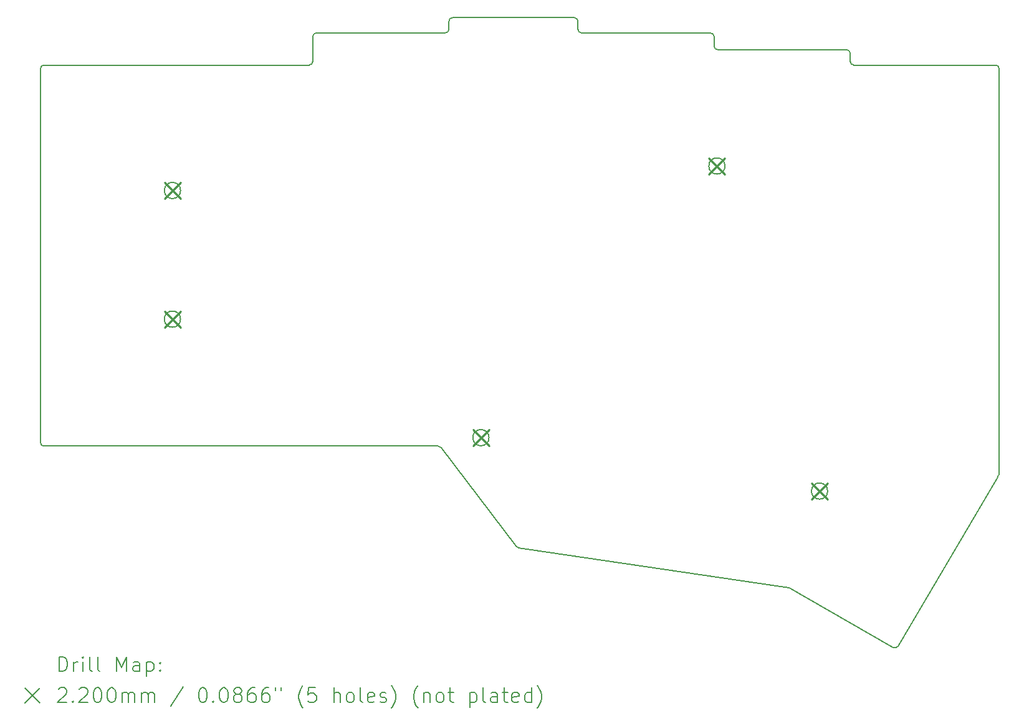
<source format=gbr>
%TF.GenerationSoftware,KiCad,Pcbnew,8.0.8+1*%
%TF.CreationDate,2025-07-09T06:01:41+00:00*%
%TF.ProjectId,backplate,6261636b-706c-4617-9465-2e6b69636164,0.2*%
%TF.SameCoordinates,Original*%
%TF.FileFunction,Drillmap*%
%TF.FilePolarity,Positive*%
%FSLAX45Y45*%
G04 Gerber Fmt 4.5, Leading zero omitted, Abs format (unit mm)*
G04 Created by KiCad (PCBNEW 8.0.8+1) date 2025-07-09 06:01:41*
%MOMM*%
%LPD*%
G01*
G04 APERTURE LIST*
%ADD10C,0.150000*%
%ADD11C,0.200000*%
%ADD12C,0.220000*%
G04 APERTURE END LIST*
D10*
X9131698Y-10801245D02*
X9131502Y-5720251D01*
X9181501Y-5670249D02*
X12781501Y-5670151D01*
X12831500Y-5620151D02*
X12831500Y-5282750D01*
X12881500Y-5232750D02*
X14631500Y-5232750D01*
X14681500Y-5182750D02*
X14681500Y-5075250D01*
X14731500Y-5025250D02*
X16384300Y-5025250D01*
X16434300Y-5075250D02*
X16434300Y-5182750D01*
X16484300Y-5232750D02*
X18234300Y-5232750D01*
X18284300Y-5282750D02*
X18284300Y-5412312D01*
X18334288Y-5462312D02*
X20083706Y-5462738D01*
X20133691Y-5513340D02*
X20132410Y-5619648D01*
X22125300Y-11290910D02*
X20779993Y-13572380D01*
X20711924Y-13590285D02*
X19318493Y-12785787D01*
X19300847Y-12779632D02*
X15624698Y-12233003D01*
X15592179Y-12213716D02*
X14575757Y-10870335D01*
X14535877Y-10850503D02*
X9181705Y-10851243D01*
X20182406Y-5670250D02*
X22106800Y-5670250D01*
X22156800Y-5720250D02*
X22156800Y-11222952D01*
X22150101Y-11247952D02*
X22125300Y-11290910D01*
X9131502Y-5720251D02*
G75*
G02*
X9181501Y-5670252I49998J1D01*
G01*
X12831500Y-5620151D02*
G75*
G02*
X12781501Y-5670150I-50000J1D01*
G01*
X12831500Y-5282750D02*
G75*
G02*
X12881500Y-5232750I50000J0D01*
G01*
X14681500Y-5182750D02*
G75*
G02*
X14631500Y-5232750I-50000J0D01*
G01*
X14681500Y-5075250D02*
G75*
G02*
X14731500Y-5025250I50000J0D01*
G01*
X16384300Y-5025250D02*
G75*
G02*
X16434300Y-5075250I0J-50000D01*
G01*
X16484300Y-5232750D02*
G75*
G02*
X16434300Y-5182750I0J50000D01*
G01*
X18234300Y-5232750D02*
G75*
G02*
X18284300Y-5282750I0J-50000D01*
G01*
X18334288Y-5462312D02*
G75*
G02*
X18284298Y-5412312I12J50002D01*
G01*
X20083706Y-5462738D02*
G75*
G02*
X20133689Y-5513340I-16J-50002D01*
G01*
X20182406Y-5670250D02*
G75*
G02*
X20132414Y-5619648I4J50000D01*
G01*
X22106800Y-5670250D02*
G75*
G02*
X22156800Y-5720250I0J-50000D01*
G01*
X22156800Y-11222952D02*
G75*
G02*
X22150100Y-11247952I-50000J3D01*
G01*
X20779993Y-13572380D02*
G75*
G02*
X20711922Y-13590288I-43073J25400D01*
G01*
X19300847Y-12779632D02*
G75*
G02*
X19318492Y-12785788I-7357J-49458D01*
G01*
X15624698Y-12233003D02*
G75*
G02*
X15592179Y-12213716I7352J49453D01*
G01*
X14535877Y-10850503D02*
G75*
G02*
X14575754Y-10870338I3J-49997D01*
G01*
X9181705Y-10851243D02*
G75*
G02*
X9131697Y-10801245I-5J50003D01*
G01*
X11035000Y-7375000D02*
G75*
G02*
X10815000Y-7375000I-110000J0D01*
G01*
X10815000Y-7375000D02*
G75*
G02*
X11035000Y-7375000I110000J0D01*
G01*
X11035000Y-9125000D02*
G75*
G02*
X10815000Y-9125000I-110000J0D01*
G01*
X10815000Y-9125000D02*
G75*
G02*
X11035000Y-9125000I110000J0D01*
G01*
X18431800Y-7042350D02*
G75*
G02*
X18211800Y-7042350I-110000J0D01*
G01*
X18211800Y-7042350D02*
G75*
G02*
X18431800Y-7042350I110000J0D01*
G01*
X15225700Y-10736500D02*
G75*
G02*
X15005700Y-10736500I-110000J0D01*
G01*
X15005700Y-10736500D02*
G75*
G02*
X15225700Y-10736500I110000J0D01*
G01*
X19825761Y-11463175D02*
G75*
G02*
X19605761Y-11463175I-110000J0D01*
G01*
X19605761Y-11463175D02*
G75*
G02*
X19825761Y-11463175I110000J0D01*
G01*
D11*
D12*
X10815000Y-7265000D02*
X11035000Y-7485000D01*
X11035000Y-7265000D02*
X10815000Y-7485000D01*
X10815000Y-9015000D02*
X11035000Y-9235000D01*
X11035000Y-9015000D02*
X10815000Y-9235000D01*
X15005700Y-10626500D02*
X15225700Y-10846500D01*
X15225700Y-10626500D02*
X15005700Y-10846500D01*
X18211800Y-6932350D02*
X18431800Y-7152350D01*
X18431800Y-6932350D02*
X18211800Y-7152350D01*
X19605761Y-11353175D02*
X19825761Y-11573175D01*
X19825761Y-11353175D02*
X19605761Y-11573175D01*
D11*
X9384779Y-13915969D02*
X9384779Y-13715969D01*
X9384779Y-13715969D02*
X9432398Y-13715969D01*
X9432398Y-13715969D02*
X9460969Y-13725492D01*
X9460969Y-13725492D02*
X9480017Y-13744540D01*
X9480017Y-13744540D02*
X9489541Y-13763588D01*
X9489541Y-13763588D02*
X9499064Y-13801683D01*
X9499064Y-13801683D02*
X9499064Y-13830254D01*
X9499064Y-13830254D02*
X9489541Y-13868350D01*
X9489541Y-13868350D02*
X9480017Y-13887397D01*
X9480017Y-13887397D02*
X9460969Y-13906445D01*
X9460969Y-13906445D02*
X9432398Y-13915969D01*
X9432398Y-13915969D02*
X9384779Y-13915969D01*
X9584779Y-13915969D02*
X9584779Y-13782635D01*
X9584779Y-13820731D02*
X9594303Y-13801683D01*
X9594303Y-13801683D02*
X9603826Y-13792159D01*
X9603826Y-13792159D02*
X9622874Y-13782635D01*
X9622874Y-13782635D02*
X9641922Y-13782635D01*
X9708588Y-13915969D02*
X9708588Y-13782635D01*
X9708588Y-13715969D02*
X9699064Y-13725492D01*
X9699064Y-13725492D02*
X9708588Y-13735016D01*
X9708588Y-13735016D02*
X9718112Y-13725492D01*
X9718112Y-13725492D02*
X9708588Y-13715969D01*
X9708588Y-13715969D02*
X9708588Y-13735016D01*
X9832398Y-13915969D02*
X9813350Y-13906445D01*
X9813350Y-13906445D02*
X9803826Y-13887397D01*
X9803826Y-13887397D02*
X9803826Y-13715969D01*
X9937160Y-13915969D02*
X9918112Y-13906445D01*
X9918112Y-13906445D02*
X9908588Y-13887397D01*
X9908588Y-13887397D02*
X9908588Y-13715969D01*
X10165731Y-13915969D02*
X10165731Y-13715969D01*
X10165731Y-13715969D02*
X10232398Y-13858826D01*
X10232398Y-13858826D02*
X10299064Y-13715969D01*
X10299064Y-13715969D02*
X10299064Y-13915969D01*
X10480017Y-13915969D02*
X10480017Y-13811207D01*
X10480017Y-13811207D02*
X10470493Y-13792159D01*
X10470493Y-13792159D02*
X10451445Y-13782635D01*
X10451445Y-13782635D02*
X10413350Y-13782635D01*
X10413350Y-13782635D02*
X10394303Y-13792159D01*
X10480017Y-13906445D02*
X10460969Y-13915969D01*
X10460969Y-13915969D02*
X10413350Y-13915969D01*
X10413350Y-13915969D02*
X10394303Y-13906445D01*
X10394303Y-13906445D02*
X10384779Y-13887397D01*
X10384779Y-13887397D02*
X10384779Y-13868350D01*
X10384779Y-13868350D02*
X10394303Y-13849302D01*
X10394303Y-13849302D02*
X10413350Y-13839778D01*
X10413350Y-13839778D02*
X10460969Y-13839778D01*
X10460969Y-13839778D02*
X10480017Y-13830254D01*
X10575255Y-13782635D02*
X10575255Y-13982635D01*
X10575255Y-13792159D02*
X10594303Y-13782635D01*
X10594303Y-13782635D02*
X10632398Y-13782635D01*
X10632398Y-13782635D02*
X10651445Y-13792159D01*
X10651445Y-13792159D02*
X10660969Y-13801683D01*
X10660969Y-13801683D02*
X10670493Y-13820731D01*
X10670493Y-13820731D02*
X10670493Y-13877873D01*
X10670493Y-13877873D02*
X10660969Y-13896921D01*
X10660969Y-13896921D02*
X10651445Y-13906445D01*
X10651445Y-13906445D02*
X10632398Y-13915969D01*
X10632398Y-13915969D02*
X10594303Y-13915969D01*
X10594303Y-13915969D02*
X10575255Y-13906445D01*
X10756207Y-13896921D02*
X10765731Y-13906445D01*
X10765731Y-13906445D02*
X10756207Y-13915969D01*
X10756207Y-13915969D02*
X10746684Y-13906445D01*
X10746684Y-13906445D02*
X10756207Y-13896921D01*
X10756207Y-13896921D02*
X10756207Y-13915969D01*
X10756207Y-13792159D02*
X10765731Y-13801683D01*
X10765731Y-13801683D02*
X10756207Y-13811207D01*
X10756207Y-13811207D02*
X10746684Y-13801683D01*
X10746684Y-13801683D02*
X10756207Y-13792159D01*
X10756207Y-13792159D02*
X10756207Y-13811207D01*
X8924002Y-14144485D02*
X9124002Y-14344485D01*
X9124002Y-14144485D02*
X8924002Y-14344485D01*
X9375255Y-14155016D02*
X9384779Y-14145492D01*
X9384779Y-14145492D02*
X9403826Y-14135969D01*
X9403826Y-14135969D02*
X9451445Y-14135969D01*
X9451445Y-14135969D02*
X9470493Y-14145492D01*
X9470493Y-14145492D02*
X9480017Y-14155016D01*
X9480017Y-14155016D02*
X9489541Y-14174064D01*
X9489541Y-14174064D02*
X9489541Y-14193111D01*
X9489541Y-14193111D02*
X9480017Y-14221683D01*
X9480017Y-14221683D02*
X9365731Y-14335969D01*
X9365731Y-14335969D02*
X9489541Y-14335969D01*
X9575255Y-14316921D02*
X9584779Y-14326445D01*
X9584779Y-14326445D02*
X9575255Y-14335969D01*
X9575255Y-14335969D02*
X9565731Y-14326445D01*
X9565731Y-14326445D02*
X9575255Y-14316921D01*
X9575255Y-14316921D02*
X9575255Y-14335969D01*
X9660969Y-14155016D02*
X9670493Y-14145492D01*
X9670493Y-14145492D02*
X9689541Y-14135969D01*
X9689541Y-14135969D02*
X9737160Y-14135969D01*
X9737160Y-14135969D02*
X9756207Y-14145492D01*
X9756207Y-14145492D02*
X9765731Y-14155016D01*
X9765731Y-14155016D02*
X9775255Y-14174064D01*
X9775255Y-14174064D02*
X9775255Y-14193111D01*
X9775255Y-14193111D02*
X9765731Y-14221683D01*
X9765731Y-14221683D02*
X9651445Y-14335969D01*
X9651445Y-14335969D02*
X9775255Y-14335969D01*
X9899064Y-14135969D02*
X9918112Y-14135969D01*
X9918112Y-14135969D02*
X9937160Y-14145492D01*
X9937160Y-14145492D02*
X9946684Y-14155016D01*
X9946684Y-14155016D02*
X9956207Y-14174064D01*
X9956207Y-14174064D02*
X9965731Y-14212159D01*
X9965731Y-14212159D02*
X9965731Y-14259778D01*
X9965731Y-14259778D02*
X9956207Y-14297873D01*
X9956207Y-14297873D02*
X9946684Y-14316921D01*
X9946684Y-14316921D02*
X9937160Y-14326445D01*
X9937160Y-14326445D02*
X9918112Y-14335969D01*
X9918112Y-14335969D02*
X9899064Y-14335969D01*
X9899064Y-14335969D02*
X9880017Y-14326445D01*
X9880017Y-14326445D02*
X9870493Y-14316921D01*
X9870493Y-14316921D02*
X9860969Y-14297873D01*
X9860969Y-14297873D02*
X9851445Y-14259778D01*
X9851445Y-14259778D02*
X9851445Y-14212159D01*
X9851445Y-14212159D02*
X9860969Y-14174064D01*
X9860969Y-14174064D02*
X9870493Y-14155016D01*
X9870493Y-14155016D02*
X9880017Y-14145492D01*
X9880017Y-14145492D02*
X9899064Y-14135969D01*
X10089541Y-14135969D02*
X10108588Y-14135969D01*
X10108588Y-14135969D02*
X10127636Y-14145492D01*
X10127636Y-14145492D02*
X10137160Y-14155016D01*
X10137160Y-14155016D02*
X10146684Y-14174064D01*
X10146684Y-14174064D02*
X10156207Y-14212159D01*
X10156207Y-14212159D02*
X10156207Y-14259778D01*
X10156207Y-14259778D02*
X10146684Y-14297873D01*
X10146684Y-14297873D02*
X10137160Y-14316921D01*
X10137160Y-14316921D02*
X10127636Y-14326445D01*
X10127636Y-14326445D02*
X10108588Y-14335969D01*
X10108588Y-14335969D02*
X10089541Y-14335969D01*
X10089541Y-14335969D02*
X10070493Y-14326445D01*
X10070493Y-14326445D02*
X10060969Y-14316921D01*
X10060969Y-14316921D02*
X10051445Y-14297873D01*
X10051445Y-14297873D02*
X10041922Y-14259778D01*
X10041922Y-14259778D02*
X10041922Y-14212159D01*
X10041922Y-14212159D02*
X10051445Y-14174064D01*
X10051445Y-14174064D02*
X10060969Y-14155016D01*
X10060969Y-14155016D02*
X10070493Y-14145492D01*
X10070493Y-14145492D02*
X10089541Y-14135969D01*
X10241922Y-14335969D02*
X10241922Y-14202635D01*
X10241922Y-14221683D02*
X10251445Y-14212159D01*
X10251445Y-14212159D02*
X10270493Y-14202635D01*
X10270493Y-14202635D02*
X10299065Y-14202635D01*
X10299065Y-14202635D02*
X10318112Y-14212159D01*
X10318112Y-14212159D02*
X10327636Y-14231207D01*
X10327636Y-14231207D02*
X10327636Y-14335969D01*
X10327636Y-14231207D02*
X10337160Y-14212159D01*
X10337160Y-14212159D02*
X10356207Y-14202635D01*
X10356207Y-14202635D02*
X10384779Y-14202635D01*
X10384779Y-14202635D02*
X10403826Y-14212159D01*
X10403826Y-14212159D02*
X10413350Y-14231207D01*
X10413350Y-14231207D02*
X10413350Y-14335969D01*
X10508588Y-14335969D02*
X10508588Y-14202635D01*
X10508588Y-14221683D02*
X10518112Y-14212159D01*
X10518112Y-14212159D02*
X10537160Y-14202635D01*
X10537160Y-14202635D02*
X10565731Y-14202635D01*
X10565731Y-14202635D02*
X10584779Y-14212159D01*
X10584779Y-14212159D02*
X10594303Y-14231207D01*
X10594303Y-14231207D02*
X10594303Y-14335969D01*
X10594303Y-14231207D02*
X10603826Y-14212159D01*
X10603826Y-14212159D02*
X10622874Y-14202635D01*
X10622874Y-14202635D02*
X10651445Y-14202635D01*
X10651445Y-14202635D02*
X10670493Y-14212159D01*
X10670493Y-14212159D02*
X10680017Y-14231207D01*
X10680017Y-14231207D02*
X10680017Y-14335969D01*
X11070493Y-14126445D02*
X10899065Y-14383588D01*
X11327636Y-14135969D02*
X11346684Y-14135969D01*
X11346684Y-14135969D02*
X11365731Y-14145492D01*
X11365731Y-14145492D02*
X11375255Y-14155016D01*
X11375255Y-14155016D02*
X11384779Y-14174064D01*
X11384779Y-14174064D02*
X11394303Y-14212159D01*
X11394303Y-14212159D02*
X11394303Y-14259778D01*
X11394303Y-14259778D02*
X11384779Y-14297873D01*
X11384779Y-14297873D02*
X11375255Y-14316921D01*
X11375255Y-14316921D02*
X11365731Y-14326445D01*
X11365731Y-14326445D02*
X11346684Y-14335969D01*
X11346684Y-14335969D02*
X11327636Y-14335969D01*
X11327636Y-14335969D02*
X11308588Y-14326445D01*
X11308588Y-14326445D02*
X11299065Y-14316921D01*
X11299065Y-14316921D02*
X11289541Y-14297873D01*
X11289541Y-14297873D02*
X11280017Y-14259778D01*
X11280017Y-14259778D02*
X11280017Y-14212159D01*
X11280017Y-14212159D02*
X11289541Y-14174064D01*
X11289541Y-14174064D02*
X11299065Y-14155016D01*
X11299065Y-14155016D02*
X11308588Y-14145492D01*
X11308588Y-14145492D02*
X11327636Y-14135969D01*
X11480017Y-14316921D02*
X11489541Y-14326445D01*
X11489541Y-14326445D02*
X11480017Y-14335969D01*
X11480017Y-14335969D02*
X11470493Y-14326445D01*
X11470493Y-14326445D02*
X11480017Y-14316921D01*
X11480017Y-14316921D02*
X11480017Y-14335969D01*
X11613350Y-14135969D02*
X11632398Y-14135969D01*
X11632398Y-14135969D02*
X11651446Y-14145492D01*
X11651446Y-14145492D02*
X11660969Y-14155016D01*
X11660969Y-14155016D02*
X11670493Y-14174064D01*
X11670493Y-14174064D02*
X11680017Y-14212159D01*
X11680017Y-14212159D02*
X11680017Y-14259778D01*
X11680017Y-14259778D02*
X11670493Y-14297873D01*
X11670493Y-14297873D02*
X11660969Y-14316921D01*
X11660969Y-14316921D02*
X11651446Y-14326445D01*
X11651446Y-14326445D02*
X11632398Y-14335969D01*
X11632398Y-14335969D02*
X11613350Y-14335969D01*
X11613350Y-14335969D02*
X11594303Y-14326445D01*
X11594303Y-14326445D02*
X11584779Y-14316921D01*
X11584779Y-14316921D02*
X11575255Y-14297873D01*
X11575255Y-14297873D02*
X11565731Y-14259778D01*
X11565731Y-14259778D02*
X11565731Y-14212159D01*
X11565731Y-14212159D02*
X11575255Y-14174064D01*
X11575255Y-14174064D02*
X11584779Y-14155016D01*
X11584779Y-14155016D02*
X11594303Y-14145492D01*
X11594303Y-14145492D02*
X11613350Y-14135969D01*
X11794303Y-14221683D02*
X11775255Y-14212159D01*
X11775255Y-14212159D02*
X11765731Y-14202635D01*
X11765731Y-14202635D02*
X11756207Y-14183588D01*
X11756207Y-14183588D02*
X11756207Y-14174064D01*
X11756207Y-14174064D02*
X11765731Y-14155016D01*
X11765731Y-14155016D02*
X11775255Y-14145492D01*
X11775255Y-14145492D02*
X11794303Y-14135969D01*
X11794303Y-14135969D02*
X11832398Y-14135969D01*
X11832398Y-14135969D02*
X11851446Y-14145492D01*
X11851446Y-14145492D02*
X11860969Y-14155016D01*
X11860969Y-14155016D02*
X11870493Y-14174064D01*
X11870493Y-14174064D02*
X11870493Y-14183588D01*
X11870493Y-14183588D02*
X11860969Y-14202635D01*
X11860969Y-14202635D02*
X11851446Y-14212159D01*
X11851446Y-14212159D02*
X11832398Y-14221683D01*
X11832398Y-14221683D02*
X11794303Y-14221683D01*
X11794303Y-14221683D02*
X11775255Y-14231207D01*
X11775255Y-14231207D02*
X11765731Y-14240731D01*
X11765731Y-14240731D02*
X11756207Y-14259778D01*
X11756207Y-14259778D02*
X11756207Y-14297873D01*
X11756207Y-14297873D02*
X11765731Y-14316921D01*
X11765731Y-14316921D02*
X11775255Y-14326445D01*
X11775255Y-14326445D02*
X11794303Y-14335969D01*
X11794303Y-14335969D02*
X11832398Y-14335969D01*
X11832398Y-14335969D02*
X11851446Y-14326445D01*
X11851446Y-14326445D02*
X11860969Y-14316921D01*
X11860969Y-14316921D02*
X11870493Y-14297873D01*
X11870493Y-14297873D02*
X11870493Y-14259778D01*
X11870493Y-14259778D02*
X11860969Y-14240731D01*
X11860969Y-14240731D02*
X11851446Y-14231207D01*
X11851446Y-14231207D02*
X11832398Y-14221683D01*
X12041922Y-14135969D02*
X12003826Y-14135969D01*
X12003826Y-14135969D02*
X11984779Y-14145492D01*
X11984779Y-14145492D02*
X11975255Y-14155016D01*
X11975255Y-14155016D02*
X11956207Y-14183588D01*
X11956207Y-14183588D02*
X11946684Y-14221683D01*
X11946684Y-14221683D02*
X11946684Y-14297873D01*
X11946684Y-14297873D02*
X11956207Y-14316921D01*
X11956207Y-14316921D02*
X11965731Y-14326445D01*
X11965731Y-14326445D02*
X11984779Y-14335969D01*
X11984779Y-14335969D02*
X12022874Y-14335969D01*
X12022874Y-14335969D02*
X12041922Y-14326445D01*
X12041922Y-14326445D02*
X12051446Y-14316921D01*
X12051446Y-14316921D02*
X12060969Y-14297873D01*
X12060969Y-14297873D02*
X12060969Y-14250254D01*
X12060969Y-14250254D02*
X12051446Y-14231207D01*
X12051446Y-14231207D02*
X12041922Y-14221683D01*
X12041922Y-14221683D02*
X12022874Y-14212159D01*
X12022874Y-14212159D02*
X11984779Y-14212159D01*
X11984779Y-14212159D02*
X11965731Y-14221683D01*
X11965731Y-14221683D02*
X11956207Y-14231207D01*
X11956207Y-14231207D02*
X11946684Y-14250254D01*
X12232398Y-14135969D02*
X12194303Y-14135969D01*
X12194303Y-14135969D02*
X12175255Y-14145492D01*
X12175255Y-14145492D02*
X12165731Y-14155016D01*
X12165731Y-14155016D02*
X12146684Y-14183588D01*
X12146684Y-14183588D02*
X12137160Y-14221683D01*
X12137160Y-14221683D02*
X12137160Y-14297873D01*
X12137160Y-14297873D02*
X12146684Y-14316921D01*
X12146684Y-14316921D02*
X12156207Y-14326445D01*
X12156207Y-14326445D02*
X12175255Y-14335969D01*
X12175255Y-14335969D02*
X12213350Y-14335969D01*
X12213350Y-14335969D02*
X12232398Y-14326445D01*
X12232398Y-14326445D02*
X12241922Y-14316921D01*
X12241922Y-14316921D02*
X12251446Y-14297873D01*
X12251446Y-14297873D02*
X12251446Y-14250254D01*
X12251446Y-14250254D02*
X12241922Y-14231207D01*
X12241922Y-14231207D02*
X12232398Y-14221683D01*
X12232398Y-14221683D02*
X12213350Y-14212159D01*
X12213350Y-14212159D02*
X12175255Y-14212159D01*
X12175255Y-14212159D02*
X12156207Y-14221683D01*
X12156207Y-14221683D02*
X12146684Y-14231207D01*
X12146684Y-14231207D02*
X12137160Y-14250254D01*
X12327636Y-14135969D02*
X12327636Y-14174064D01*
X12403827Y-14135969D02*
X12403827Y-14174064D01*
X12699065Y-14412159D02*
X12689541Y-14402635D01*
X12689541Y-14402635D02*
X12670493Y-14374064D01*
X12670493Y-14374064D02*
X12660969Y-14355016D01*
X12660969Y-14355016D02*
X12651446Y-14326445D01*
X12651446Y-14326445D02*
X12641922Y-14278826D01*
X12641922Y-14278826D02*
X12641922Y-14240731D01*
X12641922Y-14240731D02*
X12651446Y-14193111D01*
X12651446Y-14193111D02*
X12660969Y-14164540D01*
X12660969Y-14164540D02*
X12670493Y-14145492D01*
X12670493Y-14145492D02*
X12689541Y-14116921D01*
X12689541Y-14116921D02*
X12699065Y-14107397D01*
X12870493Y-14135969D02*
X12775255Y-14135969D01*
X12775255Y-14135969D02*
X12765731Y-14231207D01*
X12765731Y-14231207D02*
X12775255Y-14221683D01*
X12775255Y-14221683D02*
X12794303Y-14212159D01*
X12794303Y-14212159D02*
X12841922Y-14212159D01*
X12841922Y-14212159D02*
X12860969Y-14221683D01*
X12860969Y-14221683D02*
X12870493Y-14231207D01*
X12870493Y-14231207D02*
X12880017Y-14250254D01*
X12880017Y-14250254D02*
X12880017Y-14297873D01*
X12880017Y-14297873D02*
X12870493Y-14316921D01*
X12870493Y-14316921D02*
X12860969Y-14326445D01*
X12860969Y-14326445D02*
X12841922Y-14335969D01*
X12841922Y-14335969D02*
X12794303Y-14335969D01*
X12794303Y-14335969D02*
X12775255Y-14326445D01*
X12775255Y-14326445D02*
X12765731Y-14316921D01*
X13118112Y-14335969D02*
X13118112Y-14135969D01*
X13203827Y-14335969D02*
X13203827Y-14231207D01*
X13203827Y-14231207D02*
X13194303Y-14212159D01*
X13194303Y-14212159D02*
X13175255Y-14202635D01*
X13175255Y-14202635D02*
X13146684Y-14202635D01*
X13146684Y-14202635D02*
X13127636Y-14212159D01*
X13127636Y-14212159D02*
X13118112Y-14221683D01*
X13327636Y-14335969D02*
X13308589Y-14326445D01*
X13308589Y-14326445D02*
X13299065Y-14316921D01*
X13299065Y-14316921D02*
X13289541Y-14297873D01*
X13289541Y-14297873D02*
X13289541Y-14240731D01*
X13289541Y-14240731D02*
X13299065Y-14221683D01*
X13299065Y-14221683D02*
X13308589Y-14212159D01*
X13308589Y-14212159D02*
X13327636Y-14202635D01*
X13327636Y-14202635D02*
X13356208Y-14202635D01*
X13356208Y-14202635D02*
X13375255Y-14212159D01*
X13375255Y-14212159D02*
X13384779Y-14221683D01*
X13384779Y-14221683D02*
X13394303Y-14240731D01*
X13394303Y-14240731D02*
X13394303Y-14297873D01*
X13394303Y-14297873D02*
X13384779Y-14316921D01*
X13384779Y-14316921D02*
X13375255Y-14326445D01*
X13375255Y-14326445D02*
X13356208Y-14335969D01*
X13356208Y-14335969D02*
X13327636Y-14335969D01*
X13508589Y-14335969D02*
X13489541Y-14326445D01*
X13489541Y-14326445D02*
X13480017Y-14307397D01*
X13480017Y-14307397D02*
X13480017Y-14135969D01*
X13660970Y-14326445D02*
X13641922Y-14335969D01*
X13641922Y-14335969D02*
X13603827Y-14335969D01*
X13603827Y-14335969D02*
X13584779Y-14326445D01*
X13584779Y-14326445D02*
X13575255Y-14307397D01*
X13575255Y-14307397D02*
X13575255Y-14231207D01*
X13575255Y-14231207D02*
X13584779Y-14212159D01*
X13584779Y-14212159D02*
X13603827Y-14202635D01*
X13603827Y-14202635D02*
X13641922Y-14202635D01*
X13641922Y-14202635D02*
X13660970Y-14212159D01*
X13660970Y-14212159D02*
X13670493Y-14231207D01*
X13670493Y-14231207D02*
X13670493Y-14250254D01*
X13670493Y-14250254D02*
X13575255Y-14269302D01*
X13746684Y-14326445D02*
X13765731Y-14335969D01*
X13765731Y-14335969D02*
X13803827Y-14335969D01*
X13803827Y-14335969D02*
X13822874Y-14326445D01*
X13822874Y-14326445D02*
X13832398Y-14307397D01*
X13832398Y-14307397D02*
X13832398Y-14297873D01*
X13832398Y-14297873D02*
X13822874Y-14278826D01*
X13822874Y-14278826D02*
X13803827Y-14269302D01*
X13803827Y-14269302D02*
X13775255Y-14269302D01*
X13775255Y-14269302D02*
X13756208Y-14259778D01*
X13756208Y-14259778D02*
X13746684Y-14240731D01*
X13746684Y-14240731D02*
X13746684Y-14231207D01*
X13746684Y-14231207D02*
X13756208Y-14212159D01*
X13756208Y-14212159D02*
X13775255Y-14202635D01*
X13775255Y-14202635D02*
X13803827Y-14202635D01*
X13803827Y-14202635D02*
X13822874Y-14212159D01*
X13899065Y-14412159D02*
X13908589Y-14402635D01*
X13908589Y-14402635D02*
X13927636Y-14374064D01*
X13927636Y-14374064D02*
X13937160Y-14355016D01*
X13937160Y-14355016D02*
X13946684Y-14326445D01*
X13946684Y-14326445D02*
X13956208Y-14278826D01*
X13956208Y-14278826D02*
X13956208Y-14240731D01*
X13956208Y-14240731D02*
X13946684Y-14193111D01*
X13946684Y-14193111D02*
X13937160Y-14164540D01*
X13937160Y-14164540D02*
X13927636Y-14145492D01*
X13927636Y-14145492D02*
X13908589Y-14116921D01*
X13908589Y-14116921D02*
X13899065Y-14107397D01*
X14260970Y-14412159D02*
X14251446Y-14402635D01*
X14251446Y-14402635D02*
X14232398Y-14374064D01*
X14232398Y-14374064D02*
X14222874Y-14355016D01*
X14222874Y-14355016D02*
X14213351Y-14326445D01*
X14213351Y-14326445D02*
X14203827Y-14278826D01*
X14203827Y-14278826D02*
X14203827Y-14240731D01*
X14203827Y-14240731D02*
X14213351Y-14193111D01*
X14213351Y-14193111D02*
X14222874Y-14164540D01*
X14222874Y-14164540D02*
X14232398Y-14145492D01*
X14232398Y-14145492D02*
X14251446Y-14116921D01*
X14251446Y-14116921D02*
X14260970Y-14107397D01*
X14337160Y-14202635D02*
X14337160Y-14335969D01*
X14337160Y-14221683D02*
X14346684Y-14212159D01*
X14346684Y-14212159D02*
X14365731Y-14202635D01*
X14365731Y-14202635D02*
X14394303Y-14202635D01*
X14394303Y-14202635D02*
X14413351Y-14212159D01*
X14413351Y-14212159D02*
X14422874Y-14231207D01*
X14422874Y-14231207D02*
X14422874Y-14335969D01*
X14546684Y-14335969D02*
X14527636Y-14326445D01*
X14527636Y-14326445D02*
X14518112Y-14316921D01*
X14518112Y-14316921D02*
X14508589Y-14297873D01*
X14508589Y-14297873D02*
X14508589Y-14240731D01*
X14508589Y-14240731D02*
X14518112Y-14221683D01*
X14518112Y-14221683D02*
X14527636Y-14212159D01*
X14527636Y-14212159D02*
X14546684Y-14202635D01*
X14546684Y-14202635D02*
X14575255Y-14202635D01*
X14575255Y-14202635D02*
X14594303Y-14212159D01*
X14594303Y-14212159D02*
X14603827Y-14221683D01*
X14603827Y-14221683D02*
X14613351Y-14240731D01*
X14613351Y-14240731D02*
X14613351Y-14297873D01*
X14613351Y-14297873D02*
X14603827Y-14316921D01*
X14603827Y-14316921D02*
X14594303Y-14326445D01*
X14594303Y-14326445D02*
X14575255Y-14335969D01*
X14575255Y-14335969D02*
X14546684Y-14335969D01*
X14670493Y-14202635D02*
X14746684Y-14202635D01*
X14699065Y-14135969D02*
X14699065Y-14307397D01*
X14699065Y-14307397D02*
X14708589Y-14326445D01*
X14708589Y-14326445D02*
X14727636Y-14335969D01*
X14727636Y-14335969D02*
X14746684Y-14335969D01*
X14965732Y-14202635D02*
X14965732Y-14402635D01*
X14965732Y-14212159D02*
X14984779Y-14202635D01*
X14984779Y-14202635D02*
X15022874Y-14202635D01*
X15022874Y-14202635D02*
X15041922Y-14212159D01*
X15041922Y-14212159D02*
X15051446Y-14221683D01*
X15051446Y-14221683D02*
X15060970Y-14240731D01*
X15060970Y-14240731D02*
X15060970Y-14297873D01*
X15060970Y-14297873D02*
X15051446Y-14316921D01*
X15051446Y-14316921D02*
X15041922Y-14326445D01*
X15041922Y-14326445D02*
X15022874Y-14335969D01*
X15022874Y-14335969D02*
X14984779Y-14335969D01*
X14984779Y-14335969D02*
X14965732Y-14326445D01*
X15175255Y-14335969D02*
X15156208Y-14326445D01*
X15156208Y-14326445D02*
X15146684Y-14307397D01*
X15146684Y-14307397D02*
X15146684Y-14135969D01*
X15337160Y-14335969D02*
X15337160Y-14231207D01*
X15337160Y-14231207D02*
X15327636Y-14212159D01*
X15327636Y-14212159D02*
X15308589Y-14202635D01*
X15308589Y-14202635D02*
X15270493Y-14202635D01*
X15270493Y-14202635D02*
X15251446Y-14212159D01*
X15337160Y-14326445D02*
X15318113Y-14335969D01*
X15318113Y-14335969D02*
X15270493Y-14335969D01*
X15270493Y-14335969D02*
X15251446Y-14326445D01*
X15251446Y-14326445D02*
X15241922Y-14307397D01*
X15241922Y-14307397D02*
X15241922Y-14288350D01*
X15241922Y-14288350D02*
X15251446Y-14269302D01*
X15251446Y-14269302D02*
X15270493Y-14259778D01*
X15270493Y-14259778D02*
X15318113Y-14259778D01*
X15318113Y-14259778D02*
X15337160Y-14250254D01*
X15403827Y-14202635D02*
X15480017Y-14202635D01*
X15432398Y-14135969D02*
X15432398Y-14307397D01*
X15432398Y-14307397D02*
X15441922Y-14326445D01*
X15441922Y-14326445D02*
X15460970Y-14335969D01*
X15460970Y-14335969D02*
X15480017Y-14335969D01*
X15622874Y-14326445D02*
X15603827Y-14335969D01*
X15603827Y-14335969D02*
X15565732Y-14335969D01*
X15565732Y-14335969D02*
X15546684Y-14326445D01*
X15546684Y-14326445D02*
X15537160Y-14307397D01*
X15537160Y-14307397D02*
X15537160Y-14231207D01*
X15537160Y-14231207D02*
X15546684Y-14212159D01*
X15546684Y-14212159D02*
X15565732Y-14202635D01*
X15565732Y-14202635D02*
X15603827Y-14202635D01*
X15603827Y-14202635D02*
X15622874Y-14212159D01*
X15622874Y-14212159D02*
X15632398Y-14231207D01*
X15632398Y-14231207D02*
X15632398Y-14250254D01*
X15632398Y-14250254D02*
X15537160Y-14269302D01*
X15803827Y-14335969D02*
X15803827Y-14135969D01*
X15803827Y-14326445D02*
X15784779Y-14335969D01*
X15784779Y-14335969D02*
X15746684Y-14335969D01*
X15746684Y-14335969D02*
X15727636Y-14326445D01*
X15727636Y-14326445D02*
X15718113Y-14316921D01*
X15718113Y-14316921D02*
X15708589Y-14297873D01*
X15708589Y-14297873D02*
X15708589Y-14240731D01*
X15708589Y-14240731D02*
X15718113Y-14221683D01*
X15718113Y-14221683D02*
X15727636Y-14212159D01*
X15727636Y-14212159D02*
X15746684Y-14202635D01*
X15746684Y-14202635D02*
X15784779Y-14202635D01*
X15784779Y-14202635D02*
X15803827Y-14212159D01*
X15880017Y-14412159D02*
X15889541Y-14402635D01*
X15889541Y-14402635D02*
X15908589Y-14374064D01*
X15908589Y-14374064D02*
X15918113Y-14355016D01*
X15918113Y-14355016D02*
X15927636Y-14326445D01*
X15927636Y-14326445D02*
X15937160Y-14278826D01*
X15937160Y-14278826D02*
X15937160Y-14240731D01*
X15937160Y-14240731D02*
X15927636Y-14193111D01*
X15927636Y-14193111D02*
X15918113Y-14164540D01*
X15918113Y-14164540D02*
X15908589Y-14145492D01*
X15908589Y-14145492D02*
X15889541Y-14116921D01*
X15889541Y-14116921D02*
X15880017Y-14107397D01*
M02*

</source>
